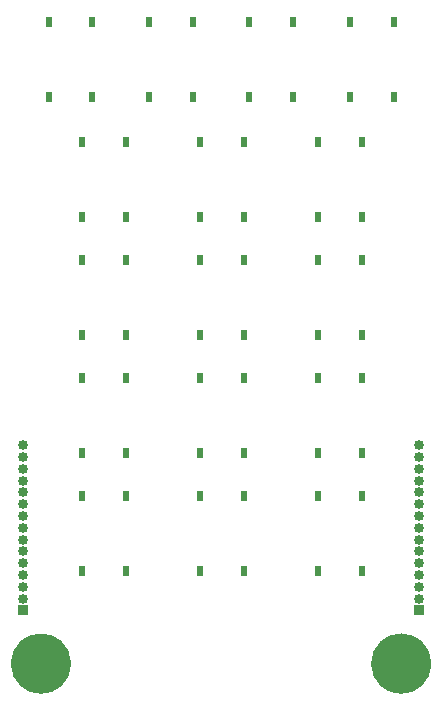
<source format=gbr>
%TF.GenerationSoftware,KiCad,Pcbnew,8.0.1*%
%TF.CreationDate,2024-03-27T14:14:07-05:00*%
%TF.ProjectId,TTWR Keypad,54545752-204b-4657-9970-61642e6b6963,V01*%
%TF.SameCoordinates,Original*%
%TF.FileFunction,Soldermask,Top*%
%TF.FilePolarity,Negative*%
%FSLAX46Y46*%
G04 Gerber Fmt 4.6, Leading zero omitted, Abs format (unit mm)*
G04 Created by KiCad (PCBNEW 8.0.1) date 2024-03-27 14:14:07*
%MOMM*%
%LPD*%
G01*
G04 APERTURE LIST*
%ADD10C,2.575000*%
%ADD11R,0.558800X0.952500*%
%ADD12R,0.850000X0.850000*%
%ADD13O,0.850000X0.850000*%
G04 APERTURE END LIST*
D10*
X153787500Y-97500000D02*
G75*
G02*
X151212500Y-97500000I-1287500J0D01*
G01*
X151212500Y-97500000D02*
G75*
G02*
X153787500Y-97500000I1287500J0D01*
G01*
X184287500Y-97500000D02*
G75*
G02*
X181712500Y-97500000I-1287500J0D01*
G01*
X181712500Y-97500000D02*
G75*
G02*
X184287500Y-97500000I1287500J0D01*
G01*
D11*
%TO.C,U3*%
X159663200Y-63318650D03*
X159663200Y-69681350D03*
X155954800Y-63318650D03*
X155954800Y-69681350D03*
%TD*%
%TO.C,U12*%
X169679200Y-83318650D03*
X169679200Y-89681350D03*
X165970800Y-83318650D03*
X165970800Y-89681350D03*
%TD*%
%TO.C,U8*%
X159663200Y-83318650D03*
X159663200Y-89681350D03*
X155954800Y-83318650D03*
X155954800Y-89681350D03*
%TD*%
%TO.C,U1*%
X156854200Y-43167300D03*
X156854200Y-49530000D03*
X153145800Y-43167300D03*
X153145800Y-49530000D03*
%TD*%
%TO.C,U14*%
X179704200Y-63313450D03*
X179704200Y-69676150D03*
X175995800Y-63313450D03*
X175995800Y-69676150D03*
%TD*%
%TO.C,U13*%
X182354200Y-43167300D03*
X182354200Y-49530000D03*
X178645800Y-43167300D03*
X178645800Y-49530000D03*
%TD*%
%TO.C,U6*%
X169679200Y-53318650D03*
X169679200Y-59681350D03*
X165970800Y-53318650D03*
X165970800Y-59681350D03*
%TD*%
D12*
%TO.C,J2*%
X151000000Y-93000000D03*
D13*
X151000000Y-92000000D03*
X151000000Y-91000000D03*
X151000000Y-90000000D03*
X151000000Y-89000000D03*
X151000000Y-88000000D03*
X151000000Y-87000000D03*
X151000000Y-86000000D03*
X151000000Y-85000000D03*
X151000000Y-84000000D03*
X151000000Y-83000000D03*
X151000000Y-82000000D03*
X151000000Y-81000000D03*
X151000000Y-80000000D03*
X151000000Y-79000000D03*
%TD*%
D12*
%TO.C,J1*%
X184500000Y-93000000D03*
D13*
X184500000Y-92000000D03*
X184500000Y-91000000D03*
X184500000Y-90000000D03*
X184500000Y-89000000D03*
X184500000Y-88000000D03*
X184500000Y-87000000D03*
X184500000Y-86000000D03*
X184500000Y-85000000D03*
X184500000Y-84000000D03*
X184500000Y-83000000D03*
X184500000Y-82000000D03*
X184500000Y-81000000D03*
X184500000Y-80000000D03*
X184500000Y-79000000D03*
%TD*%
D11*
%TO.C,U4*%
X159663200Y-73318650D03*
X159663200Y-79681350D03*
X155954800Y-73318650D03*
X155954800Y-79681350D03*
%TD*%
%TO.C,U15*%
X179704200Y-73313450D03*
X179704200Y-79676150D03*
X175995800Y-73313450D03*
X175995800Y-79676150D03*
%TD*%
%TO.C,U7*%
X169679200Y-63318650D03*
X169679200Y-69681350D03*
X165970800Y-63318650D03*
X165970800Y-69681350D03*
%TD*%
%TO.C,U5*%
X165354200Y-43167300D03*
X165354200Y-49530000D03*
X161645800Y-43167300D03*
X161645800Y-49530000D03*
%TD*%
%TO.C,U9*%
X173854200Y-43167300D03*
X173854200Y-49530000D03*
X170145800Y-43167300D03*
X170145800Y-49530000D03*
%TD*%
%TO.C,U2*%
X159663200Y-53318650D03*
X159663200Y-59681350D03*
X155954800Y-53318650D03*
X155954800Y-59681350D03*
%TD*%
%TO.C,U16*%
X179704200Y-83313450D03*
X179704200Y-89676150D03*
X175995800Y-83313450D03*
X175995800Y-89676150D03*
%TD*%
%TO.C,U10*%
X175995800Y-59676150D03*
X175995800Y-53313450D03*
X179704200Y-59676150D03*
X179704200Y-53313450D03*
%TD*%
%TO.C,U11*%
X169679200Y-73318650D03*
X169679200Y-79681350D03*
X165970800Y-73318650D03*
X165970800Y-79681350D03*
%TD*%
M02*

</source>
